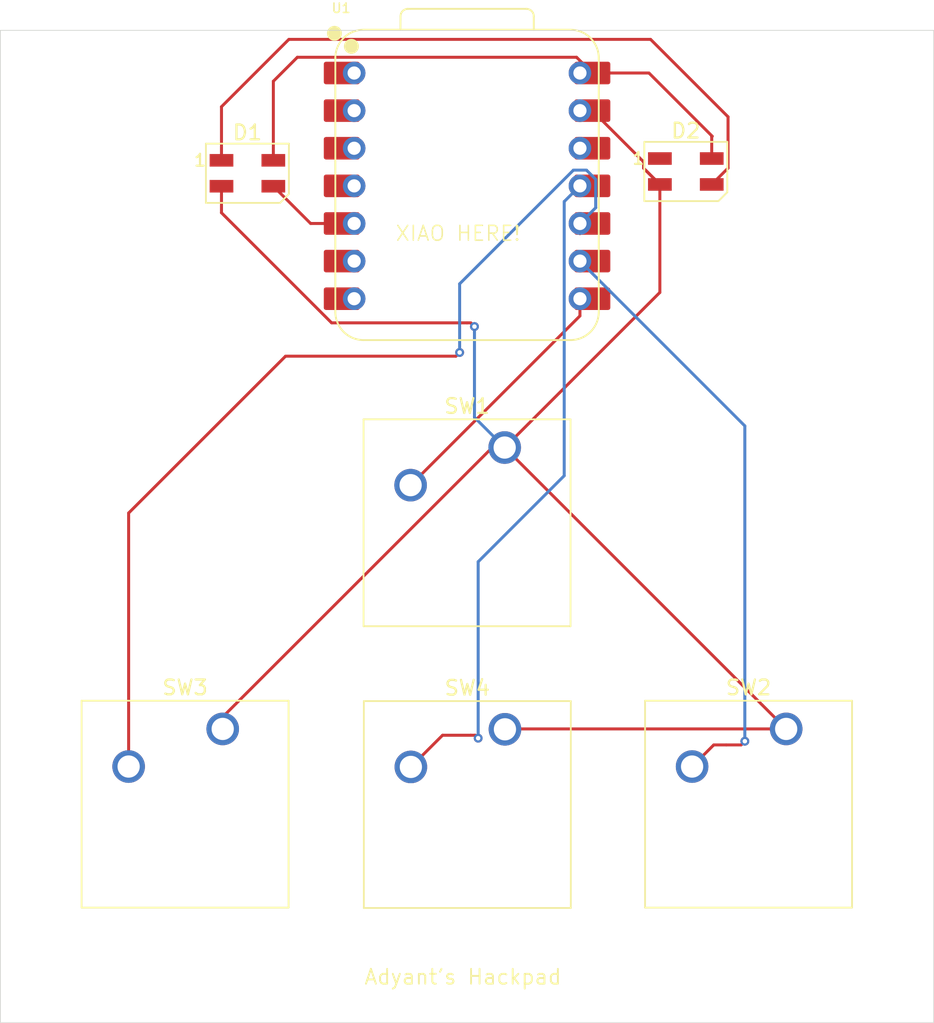
<source format=kicad_pcb>
(kicad_pcb (version 20241229) (generator "pcbnew") (generator_version "9.0")
  (layers (0 "F.Cu" signal) (2 "B.Cu" signal) (13 "F.Paste" user) (15 "B.Paste" user) (5 "F.SilkS" user "F.Silkscreen") (7 "B.SilkS" user "B.Silkscreen") (1 "F.Mask" user) (3 "B.Mask" user) (25 "Edge.Cuts" user))
  (net 0 "")
  (net 1 "GND")
  (net 2 "Net-(D1-DOUT)")
  (net 3 "+5V")
  (net 4 "Net-(D1-DIN)")
  (net 6 "Net-(U1-GPIO1{slash}RX)")
  (net 7 "Net-(U1-GPIO2{slash}SCK)")
  (net 8 "Net-(U1-GPIO4{slash}MISO)")
  (net 9 "Net-(U1-GPIO3{slash}MOSI)")
  (footprint "LED_SMD:LED_SK6812MINI_PLCC4_3.5x3.5mm_P1.75mm" (layer "F.Cu") (at 156.925 62.15)
    (property "Reference" "D1" (at 0 -2.75 0) (layer "F.SilkS"))
    (property "Value" "SK6812MINI")
    (fp_line (start -2.8 -2) (end -2.8 2) (stroke (width 0.12)) (layer "F.SilkS"))
    (fp_line (start -2.8 -2) (end 2.8 -2) (stroke (width 0.12)) (layer "F.SilkS"))
    (fp_line (start -2.8 2) (end 2.2 2) (stroke (width 0.12)) (layer "F.SilkS"))
    (fp_line (start 2.8 1.4) (end 2.2 2) (stroke (width 0.12)) (layer "F.SilkS"))
    (fp_line (start 2.8 1.4) (end 2.8 -2) (stroke (width 0.12)) (layer "F.SilkS"))
    (fp_text user "1" (at -3.2 -0.875 0) (layer "F.SilkS") (effects (font (size 0.8 0.8))))
    (pad "1" smd rect (at -1.75 -0.875) (size 1.6 0.85) (layers "F.Cu" "F.Mask" "F.Paste") (net 2 "Net-(D1-DOUT)"))
    (pad "2" smd rect (at -1.75 0.875) (size 1.6 0.85) (layers "F.Cu" "F.Mask" "F.Paste") (net 1 "GND"))
    (pad "3" smd rect (at 1.75 0.875) (size 1.6 0.85) (layers "F.Cu" "F.Mask" "F.Paste") (net 4 "Net-(D1-DIN)"))
    (pad "4" smd rect (at 1.75 -0.875) (size 1.6 0.85) (layers "F.Cu" "F.Mask" "F.Paste") (net 3 "+5V"))
  )
  (footprint "Button_Switch_Keyboard:SW_Cherry_MX_1.00u_PCB" (layer "F.Cu") (at 155.2575 99.67)
    (property "Reference" "SW3" (at -2.54 -2.794 0) (layer "F.SilkS"))
    (property "Value" "SW_Push")
    (fp_line (start -9.525 -1.905) (end 4.445 -1.905) (stroke (width 0.12)) (layer "F.SilkS"))
    (fp_line (start -9.525 12.065) (end -9.525 -1.905) (stroke (width 0.12)) (layer "F.SilkS"))
    (fp_line (start 4.445 -1.905) (end 4.445 12.065) (stroke (width 0.12)) (layer "F.SilkS"))
    (fp_line (start 4.445 12.065) (end -9.525 12.065) (stroke (width 0.12)) (layer "F.SilkS"))
    (pad "" np_thru_hole circle (at -7.62 5.08) (size 1.7 1.7) (drill 1.7) (layers "*.Cu" "*.Mask"))
    (pad "" np_thru_hole circle (at -2.54 5.08) (size 4 4) (drill 4) (layers "*.Cu" "*.Mask"))
    (pad "" np_thru_hole circle (at 2.54 5.08) (size 1.7 1.7) (drill 1.7) (layers "*.Cu" "*.Mask"))
    (pad "1" thru_hole circle (at 0 0) (size 2.2 2.2) (drill 1.5) (layers "*.Cu" "*.Mask") (net 1 "GND"))
    (pad "2" thru_hole circle (at -6.35 2.54) (size 2.2 2.2) (drill 1.5) (layers "*.Cu" "*.Mask") (net 8 "Net-(U1-GPIO4{slash}MISO)"))
  )
  (footprint "LED_SMD:LED_SK6812MINI_PLCC4_3.5x3.5mm_P1.75mm" (layer "F.Cu") (at 186.515 62.03)
    (property "Reference" "D2" (at 0 -2.75 0) (layer "F.SilkS"))
    (property "Value" "SK6812MINI")
    (fp_line (start -2.8 -2) (end -2.8 2) (stroke (width 0.12)) (layer "F.SilkS"))
    (fp_line (start -2.8 -2) (end 2.8 -2) (stroke (width 0.12)) (layer "F.SilkS"))
    (fp_line (start -2.8 2) (end 2.2 2) (stroke (width 0.12)) (layer "F.SilkS"))
    (fp_line (start 2.8 1.4) (end 2.2 2) (stroke (width 0.12)) (layer "F.SilkS"))
    (fp_line (start 2.8 1.4) (end 2.8 -2) (stroke (width 0.12)) (layer "F.SilkS"))
    (fp_text user "1" (at -3.2 -0.875 0) (layer "F.SilkS") (effects (font (size 0.8 0.8))))
    (pad "1" smd rect (at -1.75 -0.875) (size 1.6 0.85) (layers "F.Cu" "F.Mask" "F.Paste"))
    (pad "2" smd rect (at -1.75 0.875) (size 1.6 0.85) (layers "F.Cu" "F.Mask" "F.Paste") (net 1 "GND"))
    (pad "3" smd rect (at 1.75 0.875) (size 1.6 0.85) (layers "F.Cu" "F.Mask" "F.Paste") (net 2 "Net-(D1-DOUT)"))
    (pad "4" smd rect (at 1.75 -0.875) (size 1.6 0.85) (layers "F.Cu" "F.Mask" "F.Paste") (net 3 "+5V"))
  )
  (footprint "OPL Library:XIAO-RP2040-DIP" (layer "F.Cu") (at 171.75 63)
    (property "Reference" "U1" (at -8.5 -12 0) (layer "F.SilkS") (effects (font (size 0.635 0.635) (thickness 0.1016))))
    (property "Value" "XIAO-RP2040-DIP")
    (fp_line (start -8.89 8.509) (end -8.89 -8.636) (stroke (width 0.127)) (layer "F.SilkS"))
    (fp_line (start -6.985 10.414) (end 6.985 10.414) (stroke (width 0.127)) (layer "F.SilkS"))
    (fp_line (start -4.495 -10.541) (end -4.491272 -11.451272) (stroke (width 0.127)) (layer "F.SilkS"))
    (fp_line (start -3.991272 -11.951) (end 4.004 -11.951) (stroke (width 0.127)) (layer "F.SilkS"))
    (fp_line (start 4.504 -11.451) (end 4.504 -10.541) (stroke (width 0.127)) (layer "F.SilkS"))
    (fp_line (start 6.985 -10.541) (end -6.985 -10.541) (stroke (width 0.1)) (layer "F.SilkS"))
    (fp_line (start 6.985 -10.541) (end -6.985 -10.541) (stroke (width 0.127)) (layer "F.SilkS"))
    (fp_line (start 8.89 8.509) (end 8.89 -8.636) (stroke (width 0.127)) (layer "F.SilkS"))
    (fp_arc (start -8.89 -8.636) (mid -8.332038 -9.983038) (end -6.985 -10.541) (stroke (width 0.127)) (layer "F.SilkS"))
    (fp_arc (start -6.985 10.414) (mid -8.332038 9.856038) (end -8.89 8.509) (stroke (width 0.127)) (layer "F.SilkS"))
    (fp_arc (start -4.491272 -11.451272) (mid -4.344728 -11.80464) (end -3.991272 -11.951) (stroke (width 0.127)) (layer "F.SilkS"))
    (fp_arc (start 4.004 -11.951) (mid 4.357553 -11.804553) (end 4.504 -11.451) (stroke (width 0.127)) (layer "F.SilkS"))
    (fp_arc (start 6.985 -10.541) (mid 8.332038 -9.983038) (end 8.89 -8.636) (stroke (width 0.127)) (layer "F.SilkS"))
    (fp_arc (start 8.89 8.509) (mid 8.332038 9.856038) (end 6.985 10.414) (stroke (width 0.127)) (layer "F.SilkS"))
    (fp_circle (center -8.95 -10.3) (end -8.95 -10.554) (stroke (width 0.5)) (fill yes) (layer "F.SilkS"))
    (fp_circle (center -7.807 -9.42) (end -7.807 -9.674) (stroke (width 0.5)) (fill yes) (layer "F.SilkS"))
    (pad "1" smd roundrect (at -8.455 -7.62 180) (size 2.432 1.524) (layers "F.Cu" "F.Mask") (roundrect_rratio 0.1))
    (pad "1" thru_hole circle (at -7.62 -7.62 180) (size 1.524 1.524) (drill 0.889) (layers "*.Cu" "*.Mask"))
    (pad "2" smd roundrect (at -8.455 -5.08 180) (size 2.432 1.524) (layers "F.Cu" "F.Mask") (roundrect_rratio 0.1))
    (pad "2" thru_hole circle (at -7.62 -5.08 180) (size 1.524 1.524) (drill 0.889) (layers "*.Cu" "*.Mask"))
    (pad "3" smd roundrect (at -8.455 -2.54 180) (size 2.432 1.524) (layers "F.Cu" "F.Mask") (roundrect_rratio 0.1))
    (pad "3" thru_hole circle (at -7.62 -2.54 180) (size 1.524 1.524) (drill 0.889) (layers "*.Cu" "*.Mask"))
    (pad "4" smd roundrect (at -8.455 0 180) (size 2.432 1.524) (layers "F.Cu" "F.Mask") (roundrect_rratio 0.1))
    (pad "4" thru_hole circle (at -7.62 0 180) (size 1.524 1.524) (drill 0.889) (layers "*.Cu" "*.Mask"))
    (pad "5" smd roundrect (at -8.455 2.54 180) (size 2.432 1.524) (layers "F.Cu" "F.Mask") (roundrect_rratio 0.1) (net 4 "Net-(D1-DIN)"))
    (pad "5" thru_hole circle (at -7.62 2.54 180) (size 1.524 1.524) (drill 0.889) (layers "*.Cu" "*.Mask") (net 4 "Net-(D1-DIN)"))
    (pad "6" smd roundrect (at -8.455 5.08 180) (size 2.432 1.524) (layers "F.Cu" "F.Mask") (roundrect_rratio 0.1))
    (pad "6" thru_hole circle (at -7.62 5.08 180) (size 1.524 1.524) (drill 0.889) (layers "*.Cu" "*.Mask"))
    (pad "7" smd roundrect (at -8.455 7.62 180) (size 2.432 1.524) (layers "F.Cu" "F.Mask") (roundrect_rratio 0.1))
    (pad "7" thru_hole circle (at -7.62 7.62 180) (size 1.524 1.524) (drill 0.889) (layers "*.Cu" "*.Mask"))
    (pad "8" thru_hole circle (at 7.62 7.62) (size 1.524 1.524) (drill 0.889) (layers "*.Cu" "*.Mask") (net 6 "Net-(U1-GPIO1{slash}RX)"))
    (pad "8" smd roundrect (at 8.455 7.62) (size 2.432 1.524) (layers "F.Cu" "F.Mask") (roundrect_rratio 0.1) (net 6 "Net-(U1-GPIO1{slash}RX)"))
    (pad "9" thru_hole circle (at 7.62 5.08) (size 1.524 1.524) (drill 0.889) (layers "*.Cu" "*.Mask") (net 7 "Net-(U1-GPIO2{slash}SCK)"))
    (pad "9" smd roundrect (at 8.455 5.08) (size 2.432 1.524) (layers "F.Cu" "F.Mask") (roundrect_rratio 0.1) (net 7 "Net-(U1-GPIO2{slash}SCK)"))
    (pad "10" thru_hole circle (at 7.62 2.54) (size 1.524 1.524) (drill 0.889) (layers "*.Cu" "*.Mask") (net 8 "Net-(U1-GPIO4{slash}MISO)"))
    (pad "10" smd roundrect (at 8.455 2.54) (size 2.432 1.524) (layers "F.Cu" "F.Mask") (roundrect_rratio 0.1) (net 8 "Net-(U1-GPIO4{slash}MISO)"))
    (pad "11" thru_hole circle (at 7.62 0) (size 1.524 1.524) (drill 0.889) (layers "*.Cu" "*.Mask") (net 9 "Net-(U1-GPIO3{slash}MOSI)"))
    (pad "11" smd roundrect (at 8.455 0) (size 2.432 1.524) (layers "F.Cu" "F.Mask") (roundrect_rratio 0.1) (net 9 "Net-(U1-GPIO3{slash}MOSI)"))
    (pad "12" thru_hole circle (at 7.62 -2.54) (size 1.524 1.524) (drill 0.889) (layers "*.Cu" "*.Mask"))
    (pad "12" smd roundrect (at 8.455 -2.54) (size 2.432 1.524) (layers "F.Cu" "F.Mask") (roundrect_rratio 0.1))
    (pad "13" thru_hole circle (at 7.62 -5.08) (size 1.524 1.524) (drill 0.889) (layers "*.Cu" "*.Mask") (net 1 "GND"))
    (pad "13" smd roundrect (at 8.455 -5.08) (size 2.432 1.524) (layers "F.Cu" "F.Mask") (roundrect_rratio 0.1) (net 1 "GND"))
    (pad "14" thru_hole circle (at 7.62 -7.62) (size 1.524 1.524) (drill 0.889) (layers "*.Cu" "*.Mask") (net 3 "+5V"))
    (pad "14" smd roundrect (at 8.455 -7.62) (size 2.432 1.524) (layers "F.Cu" "F.Mask") (roundrect_rratio 0.1) (net 3 "+5V"))
  )
  (footprint "Button_Switch_Keyboard:SW_Cherry_MX_1.00u_PCB" (layer "F.Cu") (at 193.29 99.67)
    (property "Reference" "SW2" (at -2.54 -2.794 0) (layer "F.SilkS"))
    (property "Value" "SW_Push")
    (fp_line (start -9.525 -1.905) (end 4.445 -1.905) (stroke (width 0.12)) (layer "F.SilkS"))
    (fp_line (start -9.525 12.065) (end -9.525 -1.905) (stroke (width 0.12)) (layer "F.SilkS"))
    (fp_line (start 4.445 -1.905) (end 4.445 12.065) (stroke (width 0.12)) (layer "F.SilkS"))
    (fp_line (start 4.445 12.065) (end -9.525 12.065) (stroke (width 0.12)) (layer "F.SilkS"))
    (pad "" np_thru_hole circle (at -7.62 5.08) (size 1.7 1.7) (drill 1.7) (layers "*.Cu" "*.Mask"))
    (pad "" np_thru_hole circle (at -2.54 5.08) (size 4 4) (drill 4) (layers "*.Cu" "*.Mask"))
    (pad "" np_thru_hole circle (at 2.54 5.08) (size 1.7 1.7) (drill 1.7) (layers "*.Cu" "*.Mask"))
    (pad "1" thru_hole circle (at 0 0) (size 2.2 2.2) (drill 1.5) (layers "*.Cu" "*.Mask") (net 1 "GND"))
    (pad "2" thru_hole circle (at -6.35 2.54) (size 2.2 2.2) (drill 1.5) (layers "*.Cu" "*.Mask") (net 7 "Net-(U1-GPIO2{slash}SCK)"))
  )
  (footprint "Button_Switch_Keyboard:SW_Cherry_MX_1.00u_PCB" (layer "F.Cu") (at 174.3075 99.695)
    (property "Reference" "SW4" (at -2.54 -2.794 0) (layer "F.SilkS"))
    (property "Value" "SW_Push")
    (fp_line (start -9.525 -1.905) (end 4.445 -1.905) (stroke (width 0.12)) (layer "F.SilkS"))
    (fp_line (start -9.525 12.065) (end -9.525 -1.905) (stroke (width 0.12)) (layer "F.SilkS"))
    (fp_line (start 4.445 -1.905) (end 4.445 12.065) (stroke (width 0.12)) (layer "F.SilkS"))
    (fp_line (start 4.445 12.065) (end -9.525 12.065) (stroke (width 0.12)) (layer "F.SilkS"))
    (pad "" np_thru_hole circle (at -7.62 5.08) (size 1.7 1.7) (drill 1.7) (layers "*.Cu" "*.Mask"))
    (pad "" np_thru_hole circle (at -2.54 5.08) (size 4 4) (drill 4) (layers "*.Cu" "*.Mask"))
    (pad "" np_thru_hole circle (at 2.54 5.08) (size 1.7 1.7) (drill 1.7) (layers "*.Cu" "*.Mask"))
    (pad "1" thru_hole circle (at 0 0) (size 2.2 2.2) (drill 1.5) (layers "*.Cu" "*.Mask") (net 1 "GND"))
    (pad "2" thru_hole circle (at -6.35 2.54) (size 2.2 2.2) (drill 1.5) (layers "*.Cu" "*.Mask") (net 9 "Net-(U1-GPIO3{slash}MOSI)"))
  )
  (footprint "Button_Switch_Keyboard:SW_Cherry_MX_1.00u_PCB" (layer "F.Cu") (at 174.29 80.67)
    (property "Reference" "SW1" (at -2.54 -2.794 0) (layer "F.SilkS"))
    (property "Value" "SW_Push")
    (fp_line (start -9.525 -1.905) (end 4.445 -1.905) (stroke (width 0.12)) (layer "F.SilkS"))
    (fp_line (start -9.525 12.065) (end -9.525 -1.905) (stroke (width 0.12)) (layer "F.SilkS"))
    (fp_line (start 4.445 -1.905) (end 4.445 12.065) (stroke (width 0.12)) (layer "F.SilkS"))
    (fp_line (start 4.445 12.065) (end -9.525 12.065) (stroke (width 0.12)) (layer "F.SilkS"))
    (pad "" np_thru_hole circle (at -7.62 5.08) (size 1.7 1.7) (drill 1.7) (layers "*.Cu" "*.Mask"))
    (pad "" np_thru_hole circle (at -2.54 5.08) (size 4 4) (drill 4) (layers "*.Cu" "*.Mask"))
    (pad "" np_thru_hole circle (at 2.54 5.08) (size 1.7 1.7) (drill 1.7) (layers "*.Cu" "*.Mask"))
    (pad "1" thru_hole circle (at 0 0) (size 2.2 2.2) (drill 1.5) (layers "*.Cu" "*.Mask") (net 1 "GND"))
    (pad "2" thru_hole circle (at -6.35 2.54) (size 2.2 2.2) (drill 1.5) (layers "*.Cu" "*.Mask") (net 6 "Net-(U1-GPIO1{slash}RX)"))
  )
  (gr_rect (start 140.25 52.5) (end 203.25 119.5) (stroke (width 0.05)) (fill no) (layer "Edge.Cuts"))
  (gr_text "XIAO HERE!" (at 166.8675 66.795 0) (layer "F.SilkS") (effects (font (size 1 1) (thickness 0.1)) (justify left bottom)))
  (gr_text "Adyant's Hackpad" (at 164.75 117 0) (layer "F.SilkS") (effects (font (size 1 1) (thickness 0.125)) (justify left bottom)))
  (segment (start 173.44847 80.67) (end 155.2575 98.86097) (width 0.2) (layer "F.Cu") (net 1))
  (segment (start 183.664 61.379) (end 183.664 61.804) (width 0.2) (layer "F.Cu") (net 1))
  (segment (start 174.3325 99.67) (end 174.3075 99.695) (width 0.2) (layer "F.Cu") (net 1))
  (segment (start 183.664 61.804) (end 184.765 62.905) (width 0.2) (layer "F.Cu") (net 1))
  (segment (start 183.797 61.937) (end 184.765 62.905) (width 0.2) (layer "F.Cu") (net 1))
  (segment (start 171.75 72.25) (end 172 72.25) (width 0.2) (layer "F.Cu") (net 1))
  (segment (start 174.29 80.67) (end 193.29 99.67) (width 0.2) (layer "F.Cu") (net 1))
  (segment (start 162.606374 72.25) (end 171.75 72.25) (width 0.2) (layer "F.Cu") (net 1))
  (segment (start 155.175 64.818626) (end 162.606374 72.25) (width 0.2) (layer "F.Cu") (net 1))
  (segment (start 174.29 80.67) (end 184.765 70.195) (width 0.2) (layer "F.Cu") (net 1))
  (segment (start 172 72.25) (end 172.25 72.5) (width 0.2) (layer "F.Cu") (net 1))
  (segment (start 174.29 80.67) (end 173.44847 80.67) (width 0.2) (layer "F.Cu") (net 1))
  (segment (start 180.205 57.92) (end 183.664 61.379) (width 0.2) (layer "F.Cu") (net 1))
  (segment (start 193.29 99.67) (end 174.3325 99.67) (width 0.2) (layer "F.Cu") (net 1))
  (segment (start 155.2575 98.86097) (end 155.2575 99.67) (width 0.2) (layer "F.Cu") (net 1))
  (segment (start 155.175 63.025) (end 155.175 64.818626) (width 0.2) (layer "F.Cu") (net 1))
  (segment (start 184.765 70.195) (end 184.765 62.905) (width 0.2) (layer "F.Cu") (net 1))
  (segment (start 174.29 99.6775) (end 174.3075 99.695) (width 0.2) (layer "F.Cu") (net 1))
  (via (at 172.25 72.5) (size 0.6) (drill 0.3) (layers "F.Cu" "B.Cu") (net 1))
  (segment (start 172.25 78.63) (end 174.29 80.67) (width 0.2) (layer "B.Cu") (net 1))
  (segment (start 172.25 72.5) (end 172.25 78.63) (width 0.2) (layer "B.Cu") (net 1))
  (segment (start 159.72375 53.1085) (end 184.13725 53.1085) (width 0.2) (layer "F.Cu") (net 2))
  (segment (start 189.366 61.804) (end 188.265 62.905) (width 0.2) (layer "F.Cu") (net 2))
  (segment (start 155.175 61.275) (end 155.175 57.65725) (width 0.2) (layer "F.Cu") (net 2))
  (segment (start 184.13725 53.1085) (end 189.366 58.33725) (width 0.2) (layer "F.Cu") (net 2))
  (segment (start 189.366 58.33725) (end 189.366 61.804) (width 0.2) (layer "F.Cu") (net 2))
  (segment (start 155.175 57.65725) (end 159.72375 53.1085) (width 0.2) (layer "F.Cu") (net 2))
  (segment (start 158.675 55.9375) (end 160.2955 54.317) (width 0.2) (layer "F.Cu") (net 3))
  (segment (start 180.205 55.38) (end 184.0275 55.38) (width 0.2) (layer "F.Cu") (net 3))
  (segment (start 158.675 61.275) (end 158.675 55.9375) (width 0.2) (layer "F.Cu") (net 3))
  (segment (start 179.142 54.317) (end 180.205 55.38) (width 0.2) (layer "F.Cu") (net 3))
  (segment (start 160.2955 54.317) (end 179.142 54.317) (width 0.2) (layer "F.Cu") (net 3))
  (segment (start 184.0275 55.38) (end 188.29875 59.65125) (width 0.2) (layer "F.Cu") (net 3))
  (segment (start 188.29875 59.65125) (end 188.265 59.685) (width 0.2) (layer "F.Cu") (net 3))
  (segment (start 188.265 59.685) (end 188.265 61.155) (width 0.2) (layer "F.Cu") (net 3))
  (segment (start 158.675 63.025) (end 161.19 65.54) (width 0.2) (layer "F.Cu") (net 4))
  (segment (start 161.19 65.54) (end 164.13 65.54) (width 0.2) (layer "F.Cu") (net 4))
  (segment (start 179.37 71.78) (end 179.37 70.62) (width 0.2) (layer "F.Cu") (net 6))
  (segment (start 167.94 83.21) (end 179.37 71.78) (width 0.2) (layer "F.Cu") (net 6))
  (segment (start 190.25 100.75) (end 190.5 100.5) (width 0.2) (layer "F.Cu") (net 7))
  (segment (start 186.94 102.21) (end 188.4 100.75) (width 0.2) (layer "F.Cu") (net 7))
  (segment (start 189.25 100.75) (end 190.25 100.75) (width 0.2) (layer "F.Cu") (net 7))
  (segment (start 188.4 100.75) (end 189.25 100.75) (width 0.2) (layer "F.Cu") (net 7))
  (via (at 190.5 100.5) (size 0.6) (drill 0.3) (layers "F.Cu" "B.Cu") (net 7))
  (segment (start 190.5 100.5) (end 190.5 79.21) (width 0.2) (layer "B.Cu") (net 7))
  (segment (start 190.5 79.21) (end 179.37 68.08) (width 0.2) (layer "B.Cu") (net 7))
  (segment (start 148.9075 85.0925) (end 159.5 74.5) (width 0.2) (layer "F.Cu") (net 8))
  (segment (start 171 74.5) (end 171.25 74.25) (width 0.2) (layer "F.Cu") (net 8))
  (segment (start 159.5 74.5) (end 171 74.5) (width 0.2) (layer "F.Cu") (net 8))
  (segment (start 148.9075 102.235) (end 148.9075 85.0925) (width 0.2) (layer "F.Cu") (net 8))
  (segment (start 179.37 66.229943) (end 179.37 65.54) (width 0.2) (layer "F.Cu") (net 8))
  (via (at 171.25 74.25) (size 0.6) (drill 0.3) (layers "F.Cu" "B.Cu") (net 8))
  (segment (start 171.25 74.25) (end 171.25 69.61669) (width 0.2) (layer "B.Cu") (net 8))
  (segment (start 179.81031 61.937) (end 180.433 62.55969) (width 0.2) (layer "B.Cu") (net 8))
  (segment (start 180.433 64.477) (end 179.37 65.54) (width 0.2) (layer "B.Cu") (net 8))
  (segment (start 178.92969 61.937) (end 179.81031 61.937) (width 0.2) (layer "B.Cu") (net 8))
  (segment (start 171.25 69.61669) (end 178.92969 61.937) (width 0.2) (layer "B.Cu") (net 8))
  (segment (start 180.433 62.55969) (end 180.433 64.477) (width 0.2) (layer "B.Cu") (net 8))
  (segment (start 179.983626 63) (end 179.37 63) (width 0.2) (layer "F.Cu") (net 9))
  (segment (start 167.9575 102.235) (end 170.0965 100.096) (width 0.2) (layer "F.Cu") (net 9))
  (segment (start 170.0965 100.096) (end 172 100.096) (width 0.2) (layer "F.Cu") (net 9))
  (segment (start 172.301 100.096) (end 172.5 100.295) (width 0.2) (layer "F.Cu") (net 9))
  (segment (start 172 100.096) (end 172.301 100.096) (width 0.2) (layer "F.Cu") (net 9))
  (via (at 172.5 100.295) (size 0.6) (drill 0.3) (layers "F.Cu" "B.Cu") (net 9))
  (segment (start 178.307 64.063) (end 179.37 63) (width 0.2) (layer "B.Cu") (net 9))
  (segment (start 172.5 100.295) (end 172.5 88.38153) (width 0.2) (layer "B.Cu") (net 9))
  (segment (start 178.307 82.57453) (end 178.307 64.063) (width 0.2) (layer "B.Cu") (net 9))
  (segment (start 172.5 88.38153) (end 178.307 82.57453) (width 0.2) (layer "B.Cu") (net 9))
)
</source>
